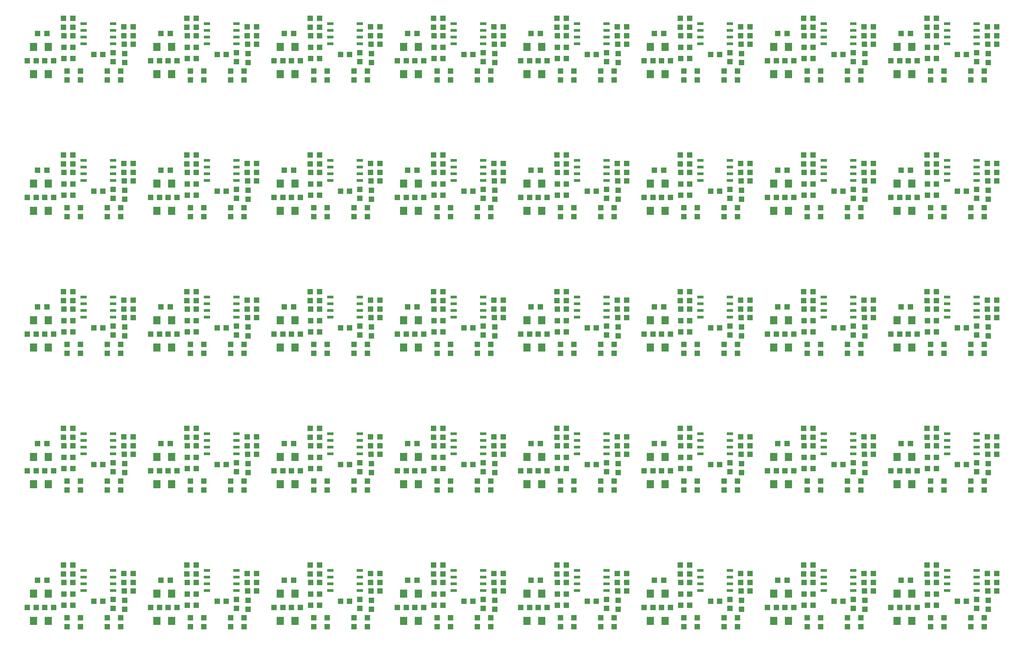
<source format=gtp>
G75*
%MOIN*%
%OFA0B0*%
%FSLAX25Y25*%
%IPPOS*%
%LPD*%
%AMOC8*
5,1,8,0,0,1.08239X$1,22.5*
%
%ADD10R,0.05512X0.06299*%
%ADD11R,0.04331X0.03937*%
%ADD12R,0.03937X0.04331*%
%ADD13R,0.04724X0.02362*%
D10*
X0038338Y0066250D03*
X0049362Y0066250D03*
X0049362Y0086750D03*
X0038338Y0086750D03*
X0130338Y0086750D03*
X0141362Y0086750D03*
X0141362Y0066250D03*
X0130338Y0066250D03*
X0222338Y0066250D03*
X0233362Y0066250D03*
X0233362Y0086750D03*
X0222338Y0086750D03*
X0314338Y0086750D03*
X0325362Y0086750D03*
X0325362Y0066250D03*
X0314338Y0066250D03*
X0406338Y0066250D03*
X0417362Y0066250D03*
X0417362Y0086750D03*
X0406338Y0086750D03*
X0498338Y0086750D03*
X0509362Y0086750D03*
X0509362Y0066250D03*
X0498338Y0066250D03*
X0590338Y0066250D03*
X0601362Y0066250D03*
X0601362Y0086750D03*
X0590338Y0086750D03*
X0682338Y0086750D03*
X0693362Y0086750D03*
X0693362Y0066250D03*
X0682338Y0066250D03*
X0682338Y0168250D03*
X0693362Y0168250D03*
X0693362Y0188750D03*
X0682338Y0188750D03*
X0601362Y0188750D03*
X0590338Y0188750D03*
X0590338Y0168250D03*
X0601362Y0168250D03*
X0509362Y0168250D03*
X0498338Y0168250D03*
X0498338Y0188750D03*
X0509362Y0188750D03*
X0417362Y0188750D03*
X0406338Y0188750D03*
X0406338Y0168250D03*
X0417362Y0168250D03*
X0325362Y0168250D03*
X0314338Y0168250D03*
X0314338Y0188750D03*
X0325362Y0188750D03*
X0233362Y0188750D03*
X0222338Y0188750D03*
X0222338Y0168250D03*
X0233362Y0168250D03*
X0141362Y0168250D03*
X0130338Y0168250D03*
X0130338Y0188750D03*
X0141362Y0188750D03*
X0049362Y0188750D03*
X0038338Y0188750D03*
X0038338Y0168250D03*
X0049362Y0168250D03*
X0049362Y0270250D03*
X0038338Y0270250D03*
X0038338Y0290750D03*
X0049362Y0290750D03*
X0130338Y0290750D03*
X0141362Y0290750D03*
X0141362Y0270250D03*
X0130338Y0270250D03*
X0222338Y0270250D03*
X0233362Y0270250D03*
X0233362Y0290750D03*
X0222338Y0290750D03*
X0314338Y0290750D03*
X0325362Y0290750D03*
X0325362Y0270250D03*
X0314338Y0270250D03*
X0406338Y0270250D03*
X0417362Y0270250D03*
X0417362Y0290750D03*
X0406338Y0290750D03*
X0498338Y0290750D03*
X0509362Y0290750D03*
X0509362Y0270250D03*
X0498338Y0270250D03*
X0590338Y0270250D03*
X0601362Y0270250D03*
X0601362Y0290750D03*
X0590338Y0290750D03*
X0682338Y0290750D03*
X0693362Y0290750D03*
X0693362Y0270250D03*
X0682338Y0270250D03*
X0682338Y0372250D03*
X0693362Y0372250D03*
X0693362Y0392750D03*
X0682338Y0392750D03*
X0601362Y0392750D03*
X0590338Y0392750D03*
X0590338Y0372250D03*
X0601362Y0372250D03*
X0509362Y0372250D03*
X0498338Y0372250D03*
X0498338Y0392750D03*
X0509362Y0392750D03*
X0417362Y0392750D03*
X0406338Y0392750D03*
X0406338Y0372250D03*
X0417362Y0372250D03*
X0325362Y0372250D03*
X0314338Y0372250D03*
X0314338Y0392750D03*
X0325362Y0392750D03*
X0233362Y0392750D03*
X0222338Y0392750D03*
X0222338Y0372250D03*
X0233362Y0372250D03*
X0141362Y0372250D03*
X0130338Y0372250D03*
X0130338Y0392750D03*
X0141362Y0392750D03*
X0049362Y0392750D03*
X0038338Y0392750D03*
X0038338Y0372250D03*
X0049362Y0372250D03*
X0049362Y0474250D03*
X0038338Y0474250D03*
X0038338Y0494750D03*
X0049362Y0494750D03*
X0130338Y0494750D03*
X0141362Y0494750D03*
X0141362Y0474250D03*
X0130338Y0474250D03*
X0222338Y0474250D03*
X0233362Y0474250D03*
X0233362Y0494750D03*
X0222338Y0494750D03*
X0314338Y0494750D03*
X0325362Y0494750D03*
X0325362Y0474250D03*
X0314338Y0474250D03*
X0406338Y0474250D03*
X0417362Y0474250D03*
X0417362Y0494750D03*
X0406338Y0494750D03*
X0498338Y0494750D03*
X0509362Y0494750D03*
X0509362Y0474250D03*
X0498338Y0474250D03*
X0590338Y0474250D03*
X0601362Y0474250D03*
X0601362Y0494750D03*
X0590338Y0494750D03*
X0682338Y0494750D03*
X0693362Y0494750D03*
X0693362Y0474250D03*
X0682338Y0474250D03*
D11*
X0684396Y0484250D03*
X0690804Y0484250D03*
X0697496Y0484250D03*
X0704904Y0485850D03*
X0711596Y0485850D03*
X0711596Y0494350D03*
X0704904Y0494350D03*
X0704904Y0502850D03*
X0711596Y0502850D03*
X0692196Y0504750D03*
X0685504Y0504750D03*
X0664596Y0496550D03*
X0657904Y0496550D03*
X0642096Y0488850D03*
X0635404Y0488850D03*
X0619596Y0485850D03*
X0612904Y0485850D03*
X0605496Y0484250D03*
X0598804Y0484250D03*
X0592396Y0484250D03*
X0585704Y0484250D03*
X0572596Y0496550D03*
X0565904Y0496550D03*
X0550096Y0488850D03*
X0543404Y0488850D03*
X0527596Y0485850D03*
X0520904Y0485850D03*
X0513496Y0484250D03*
X0506804Y0484250D03*
X0500396Y0484250D03*
X0493704Y0484250D03*
X0480596Y0496550D03*
X0473904Y0496550D03*
X0458096Y0488850D03*
X0451404Y0488850D03*
X0435596Y0485850D03*
X0428904Y0485850D03*
X0421496Y0484250D03*
X0414804Y0484250D03*
X0408396Y0484250D03*
X0401704Y0484250D03*
X0388596Y0496550D03*
X0381904Y0496550D03*
X0366096Y0488850D03*
X0359404Y0488850D03*
X0343596Y0485850D03*
X0336904Y0485850D03*
X0329496Y0484250D03*
X0322804Y0484250D03*
X0316396Y0484250D03*
X0309704Y0484250D03*
X0296596Y0496550D03*
X0289904Y0496550D03*
X0274096Y0488850D03*
X0267404Y0488850D03*
X0251596Y0485850D03*
X0244904Y0485850D03*
X0237496Y0484250D03*
X0230804Y0484250D03*
X0224396Y0484250D03*
X0217704Y0484250D03*
X0204596Y0496550D03*
X0197904Y0496550D03*
X0182096Y0488850D03*
X0175404Y0488850D03*
X0159596Y0485850D03*
X0152904Y0485850D03*
X0145496Y0484250D03*
X0138804Y0484250D03*
X0132396Y0484250D03*
X0125704Y0484250D03*
X0112596Y0496550D03*
X0105904Y0496550D03*
X0090096Y0488850D03*
X0083404Y0488850D03*
X0067596Y0485850D03*
X0060904Y0485850D03*
X0053496Y0484250D03*
X0046804Y0484250D03*
X0040396Y0484250D03*
X0033704Y0484250D03*
X0041504Y0504750D03*
X0048196Y0504750D03*
X0060904Y0502850D03*
X0067596Y0502850D03*
X0067596Y0494350D03*
X0060904Y0494350D03*
X0133504Y0504750D03*
X0140196Y0504750D03*
X0152904Y0502850D03*
X0159596Y0502850D03*
X0159596Y0494350D03*
X0152904Y0494350D03*
X0225504Y0504750D03*
X0232196Y0504750D03*
X0244904Y0502850D03*
X0251596Y0502850D03*
X0251596Y0494350D03*
X0244904Y0494350D03*
X0317504Y0504750D03*
X0324196Y0504750D03*
X0336904Y0502850D03*
X0343596Y0502850D03*
X0343596Y0494350D03*
X0336904Y0494350D03*
X0409504Y0504750D03*
X0416196Y0504750D03*
X0428904Y0502850D03*
X0435596Y0502850D03*
X0435596Y0494350D03*
X0428904Y0494350D03*
X0501504Y0504750D03*
X0508196Y0504750D03*
X0520904Y0502850D03*
X0527596Y0502850D03*
X0527596Y0494350D03*
X0520904Y0494350D03*
X0593504Y0504750D03*
X0600196Y0504750D03*
X0612904Y0502850D03*
X0619596Y0502850D03*
X0619596Y0494350D03*
X0612904Y0494350D03*
X0677704Y0484250D03*
X0727404Y0488850D03*
X0734096Y0488850D03*
X0749904Y0496550D03*
X0756596Y0496550D03*
X0711596Y0400850D03*
X0704904Y0400850D03*
X0704904Y0392350D03*
X0711596Y0392350D03*
X0711596Y0383850D03*
X0704904Y0383850D03*
X0697496Y0382250D03*
X0690804Y0382250D03*
X0684396Y0382250D03*
X0677704Y0382250D03*
X0664596Y0394550D03*
X0657904Y0394550D03*
X0642096Y0386850D03*
X0635404Y0386850D03*
X0619596Y0383850D03*
X0612904Y0383850D03*
X0605496Y0382250D03*
X0598804Y0382250D03*
X0592396Y0382250D03*
X0585704Y0382250D03*
X0572596Y0394550D03*
X0565904Y0394550D03*
X0550096Y0386850D03*
X0543404Y0386850D03*
X0527596Y0383850D03*
X0520904Y0383850D03*
X0513496Y0382250D03*
X0506804Y0382250D03*
X0500396Y0382250D03*
X0493704Y0382250D03*
X0480596Y0394550D03*
X0473904Y0394550D03*
X0458096Y0386850D03*
X0451404Y0386850D03*
X0435596Y0383850D03*
X0428904Y0383850D03*
X0421496Y0382250D03*
X0414804Y0382250D03*
X0408396Y0382250D03*
X0401704Y0382250D03*
X0388596Y0394550D03*
X0381904Y0394550D03*
X0366096Y0386850D03*
X0359404Y0386850D03*
X0343596Y0383850D03*
X0336904Y0383850D03*
X0329496Y0382250D03*
X0322804Y0382250D03*
X0316396Y0382250D03*
X0309704Y0382250D03*
X0296596Y0394550D03*
X0289904Y0394550D03*
X0274096Y0386850D03*
X0267404Y0386850D03*
X0251596Y0383850D03*
X0244904Y0383850D03*
X0237496Y0382250D03*
X0230804Y0382250D03*
X0224396Y0382250D03*
X0217704Y0382250D03*
X0204596Y0394550D03*
X0197904Y0394550D03*
X0182096Y0386850D03*
X0175404Y0386850D03*
X0159596Y0383850D03*
X0152904Y0383850D03*
X0145496Y0382250D03*
X0138804Y0382250D03*
X0132396Y0382250D03*
X0125704Y0382250D03*
X0112596Y0394550D03*
X0105904Y0394550D03*
X0090096Y0386850D03*
X0083404Y0386850D03*
X0067596Y0383850D03*
X0060904Y0383850D03*
X0053496Y0382250D03*
X0046804Y0382250D03*
X0040396Y0382250D03*
X0033704Y0382250D03*
X0041504Y0402750D03*
X0048196Y0402750D03*
X0060904Y0400850D03*
X0067596Y0400850D03*
X0067596Y0392350D03*
X0060904Y0392350D03*
X0133504Y0402750D03*
X0140196Y0402750D03*
X0152904Y0400850D03*
X0159596Y0400850D03*
X0159596Y0392350D03*
X0152904Y0392350D03*
X0225504Y0402750D03*
X0232196Y0402750D03*
X0244904Y0400850D03*
X0251596Y0400850D03*
X0251596Y0392350D03*
X0244904Y0392350D03*
X0317504Y0402750D03*
X0324196Y0402750D03*
X0336904Y0400850D03*
X0343596Y0400850D03*
X0343596Y0392350D03*
X0336904Y0392350D03*
X0409504Y0402750D03*
X0416196Y0402750D03*
X0428904Y0400850D03*
X0435596Y0400850D03*
X0435596Y0392350D03*
X0428904Y0392350D03*
X0501504Y0402750D03*
X0508196Y0402750D03*
X0520904Y0400850D03*
X0527596Y0400850D03*
X0527596Y0392350D03*
X0520904Y0392350D03*
X0593504Y0402750D03*
X0600196Y0402750D03*
X0612904Y0400850D03*
X0619596Y0400850D03*
X0619596Y0392350D03*
X0612904Y0392350D03*
X0685504Y0402750D03*
X0692196Y0402750D03*
X0727404Y0386850D03*
X0734096Y0386850D03*
X0749904Y0394550D03*
X0756596Y0394550D03*
X0711596Y0298850D03*
X0704904Y0298850D03*
X0704904Y0290350D03*
X0711596Y0290350D03*
X0711596Y0281850D03*
X0704904Y0281850D03*
X0697496Y0280250D03*
X0690804Y0280250D03*
X0684396Y0280250D03*
X0677704Y0280250D03*
X0664596Y0292550D03*
X0657904Y0292550D03*
X0642096Y0284850D03*
X0635404Y0284850D03*
X0619596Y0281850D03*
X0612904Y0281850D03*
X0605496Y0280250D03*
X0598804Y0280250D03*
X0592396Y0280250D03*
X0585704Y0280250D03*
X0572596Y0292550D03*
X0565904Y0292550D03*
X0550096Y0284850D03*
X0543404Y0284850D03*
X0527596Y0281850D03*
X0520904Y0281850D03*
X0513496Y0280250D03*
X0506804Y0280250D03*
X0500396Y0280250D03*
X0493704Y0280250D03*
X0480596Y0292550D03*
X0473904Y0292550D03*
X0458096Y0284850D03*
X0451404Y0284850D03*
X0435596Y0281850D03*
X0428904Y0281850D03*
X0421496Y0280250D03*
X0414804Y0280250D03*
X0408396Y0280250D03*
X0401704Y0280250D03*
X0388596Y0292550D03*
X0381904Y0292550D03*
X0366096Y0284850D03*
X0359404Y0284850D03*
X0343596Y0281850D03*
X0336904Y0281850D03*
X0329496Y0280250D03*
X0322804Y0280250D03*
X0316396Y0280250D03*
X0309704Y0280250D03*
X0296596Y0292550D03*
X0289904Y0292550D03*
X0274096Y0284850D03*
X0267404Y0284850D03*
X0251596Y0281850D03*
X0244904Y0281850D03*
X0237496Y0280250D03*
X0230804Y0280250D03*
X0224396Y0280250D03*
X0217704Y0280250D03*
X0204596Y0292550D03*
X0197904Y0292550D03*
X0182096Y0284850D03*
X0175404Y0284850D03*
X0159596Y0281850D03*
X0152904Y0281850D03*
X0145496Y0280250D03*
X0138804Y0280250D03*
X0132396Y0280250D03*
X0125704Y0280250D03*
X0112596Y0292550D03*
X0105904Y0292550D03*
X0090096Y0284850D03*
X0083404Y0284850D03*
X0067596Y0281850D03*
X0060904Y0281850D03*
X0053496Y0280250D03*
X0046804Y0280250D03*
X0040396Y0280250D03*
X0033704Y0280250D03*
X0041504Y0300750D03*
X0048196Y0300750D03*
X0060904Y0298850D03*
X0067596Y0298850D03*
X0067596Y0290350D03*
X0060904Y0290350D03*
X0133504Y0300750D03*
X0140196Y0300750D03*
X0152904Y0298850D03*
X0159596Y0298850D03*
X0159596Y0290350D03*
X0152904Y0290350D03*
X0225504Y0300750D03*
X0232196Y0300750D03*
X0244904Y0298850D03*
X0251596Y0298850D03*
X0251596Y0290350D03*
X0244904Y0290350D03*
X0317504Y0300750D03*
X0324196Y0300750D03*
X0336904Y0298850D03*
X0343596Y0298850D03*
X0343596Y0290350D03*
X0336904Y0290350D03*
X0409504Y0300750D03*
X0416196Y0300750D03*
X0428904Y0298850D03*
X0435596Y0298850D03*
X0435596Y0290350D03*
X0428904Y0290350D03*
X0501504Y0300750D03*
X0508196Y0300750D03*
X0520904Y0298850D03*
X0527596Y0298850D03*
X0527596Y0290350D03*
X0520904Y0290350D03*
X0593504Y0300750D03*
X0600196Y0300750D03*
X0612904Y0298850D03*
X0619596Y0298850D03*
X0619596Y0290350D03*
X0612904Y0290350D03*
X0685504Y0300750D03*
X0692196Y0300750D03*
X0727404Y0284850D03*
X0734096Y0284850D03*
X0749904Y0292550D03*
X0756596Y0292550D03*
X0711596Y0196850D03*
X0704904Y0196850D03*
X0704904Y0188350D03*
X0711596Y0188350D03*
X0711596Y0179850D03*
X0704904Y0179850D03*
X0697496Y0178250D03*
X0690804Y0178250D03*
X0684396Y0178250D03*
X0677704Y0178250D03*
X0664596Y0190550D03*
X0657904Y0190550D03*
X0642096Y0182850D03*
X0635404Y0182850D03*
X0619596Y0179850D03*
X0612904Y0179850D03*
X0605496Y0178250D03*
X0598804Y0178250D03*
X0592396Y0178250D03*
X0585704Y0178250D03*
X0572596Y0190550D03*
X0565904Y0190550D03*
X0550096Y0182850D03*
X0543404Y0182850D03*
X0527596Y0179850D03*
X0520904Y0179850D03*
X0513496Y0178250D03*
X0506804Y0178250D03*
X0500396Y0178250D03*
X0493704Y0178250D03*
X0480596Y0190550D03*
X0473904Y0190550D03*
X0458096Y0182850D03*
X0451404Y0182850D03*
X0435596Y0179850D03*
X0428904Y0179850D03*
X0421496Y0178250D03*
X0414804Y0178250D03*
X0408396Y0178250D03*
X0401704Y0178250D03*
X0388596Y0190550D03*
X0381904Y0190550D03*
X0366096Y0182850D03*
X0359404Y0182850D03*
X0343596Y0179850D03*
X0336904Y0179850D03*
X0329496Y0178250D03*
X0322804Y0178250D03*
X0316396Y0178250D03*
X0309704Y0178250D03*
X0296596Y0190550D03*
X0289904Y0190550D03*
X0274096Y0182850D03*
X0267404Y0182850D03*
X0251596Y0179850D03*
X0244904Y0179850D03*
X0237496Y0178250D03*
X0230804Y0178250D03*
X0224396Y0178250D03*
X0217704Y0178250D03*
X0204596Y0190550D03*
X0197904Y0190550D03*
X0182096Y0182850D03*
X0175404Y0182850D03*
X0159596Y0179850D03*
X0152904Y0179850D03*
X0145496Y0178250D03*
X0138804Y0178250D03*
X0132396Y0178250D03*
X0125704Y0178250D03*
X0112596Y0190550D03*
X0105904Y0190550D03*
X0090096Y0182850D03*
X0083404Y0182850D03*
X0067596Y0179850D03*
X0060904Y0179850D03*
X0053496Y0178250D03*
X0046804Y0178250D03*
X0040396Y0178250D03*
X0033704Y0178250D03*
X0041504Y0198750D03*
X0048196Y0198750D03*
X0060904Y0196850D03*
X0067596Y0196850D03*
X0067596Y0188350D03*
X0060904Y0188350D03*
X0133504Y0198750D03*
X0140196Y0198750D03*
X0152904Y0196850D03*
X0159596Y0196850D03*
X0159596Y0188350D03*
X0152904Y0188350D03*
X0225504Y0198750D03*
X0232196Y0198750D03*
X0244904Y0196850D03*
X0251596Y0196850D03*
X0251596Y0188350D03*
X0244904Y0188350D03*
X0317504Y0198750D03*
X0324196Y0198750D03*
X0336904Y0196850D03*
X0343596Y0196850D03*
X0343596Y0188350D03*
X0336904Y0188350D03*
X0409504Y0198750D03*
X0416196Y0198750D03*
X0428904Y0196850D03*
X0435596Y0196850D03*
X0435596Y0188350D03*
X0428904Y0188350D03*
X0501504Y0198750D03*
X0508196Y0198750D03*
X0520904Y0196850D03*
X0527596Y0196850D03*
X0527596Y0188350D03*
X0520904Y0188350D03*
X0593504Y0198750D03*
X0600196Y0198750D03*
X0612904Y0196850D03*
X0619596Y0196850D03*
X0619596Y0188350D03*
X0612904Y0188350D03*
X0685504Y0198750D03*
X0692196Y0198750D03*
X0727404Y0182850D03*
X0734096Y0182850D03*
X0749904Y0190550D03*
X0756596Y0190550D03*
X0711596Y0094850D03*
X0704904Y0094850D03*
X0704904Y0086350D03*
X0711596Y0086350D03*
X0711596Y0077850D03*
X0704904Y0077850D03*
X0697496Y0076250D03*
X0690804Y0076250D03*
X0684396Y0076250D03*
X0677704Y0076250D03*
X0664596Y0088550D03*
X0657904Y0088550D03*
X0642096Y0080850D03*
X0635404Y0080850D03*
X0619596Y0077850D03*
X0612904Y0077850D03*
X0605496Y0076250D03*
X0598804Y0076250D03*
X0592396Y0076250D03*
X0585704Y0076250D03*
X0572596Y0088550D03*
X0565904Y0088550D03*
X0550096Y0080850D03*
X0543404Y0080850D03*
X0527596Y0077850D03*
X0520904Y0077850D03*
X0513496Y0076250D03*
X0506804Y0076250D03*
X0500396Y0076250D03*
X0493704Y0076250D03*
X0480596Y0088550D03*
X0473904Y0088550D03*
X0458096Y0080850D03*
X0451404Y0080850D03*
X0435596Y0077850D03*
X0428904Y0077850D03*
X0421496Y0076250D03*
X0414804Y0076250D03*
X0408396Y0076250D03*
X0401704Y0076250D03*
X0388596Y0088550D03*
X0381904Y0088550D03*
X0366096Y0080850D03*
X0359404Y0080850D03*
X0343596Y0077850D03*
X0336904Y0077850D03*
X0329496Y0076250D03*
X0322804Y0076250D03*
X0316396Y0076250D03*
X0309704Y0076250D03*
X0296596Y0088550D03*
X0289904Y0088550D03*
X0274096Y0080850D03*
X0267404Y0080850D03*
X0251596Y0077850D03*
X0244904Y0077850D03*
X0237496Y0076250D03*
X0230804Y0076250D03*
X0224396Y0076250D03*
X0217704Y0076250D03*
X0204596Y0088550D03*
X0197904Y0088550D03*
X0182096Y0080850D03*
X0175404Y0080850D03*
X0159596Y0077850D03*
X0152904Y0077850D03*
X0145496Y0076250D03*
X0138804Y0076250D03*
X0132396Y0076250D03*
X0125704Y0076250D03*
X0112596Y0088550D03*
X0105904Y0088550D03*
X0090096Y0080850D03*
X0083404Y0080850D03*
X0067596Y0077850D03*
X0060904Y0077850D03*
X0053496Y0076250D03*
X0046804Y0076250D03*
X0040396Y0076250D03*
X0033704Y0076250D03*
X0041504Y0096750D03*
X0048196Y0096750D03*
X0060904Y0094850D03*
X0067596Y0094850D03*
X0067596Y0086350D03*
X0060904Y0086350D03*
X0133504Y0096750D03*
X0140196Y0096750D03*
X0152904Y0094850D03*
X0159596Y0094850D03*
X0159596Y0086350D03*
X0152904Y0086350D03*
X0225504Y0096750D03*
X0232196Y0096750D03*
X0244904Y0094850D03*
X0251596Y0094850D03*
X0251596Y0086350D03*
X0244904Y0086350D03*
X0317504Y0096750D03*
X0324196Y0096750D03*
X0336904Y0094850D03*
X0343596Y0094850D03*
X0343596Y0086350D03*
X0336904Y0086350D03*
X0409504Y0096750D03*
X0416196Y0096750D03*
X0428904Y0094850D03*
X0435596Y0094850D03*
X0435596Y0086350D03*
X0428904Y0086350D03*
X0501504Y0096750D03*
X0508196Y0096750D03*
X0520904Y0094850D03*
X0527596Y0094850D03*
X0527596Y0086350D03*
X0520904Y0086350D03*
X0593504Y0096750D03*
X0600196Y0096750D03*
X0612904Y0094850D03*
X0619596Y0094850D03*
X0619596Y0086350D03*
X0612904Y0086350D03*
X0685504Y0096750D03*
X0692196Y0096750D03*
X0727404Y0080850D03*
X0734096Y0080850D03*
X0749904Y0088550D03*
X0756596Y0088550D03*
D12*
X0756850Y0095004D03*
X0756850Y0101696D03*
X0749650Y0101696D03*
X0749650Y0095004D03*
X0750250Y0081696D03*
X0750250Y0075004D03*
X0747350Y0068596D03*
X0747350Y0061904D03*
X0737350Y0061904D03*
X0737350Y0068596D03*
X0741750Y0075504D03*
X0741750Y0082196D03*
X0717350Y0068596D03*
X0717350Y0061904D03*
X0707350Y0061904D03*
X0707350Y0068596D03*
X0704650Y0101304D03*
X0704650Y0107996D03*
X0711850Y0107996D03*
X0711850Y0101304D03*
X0664850Y0101696D03*
X0664850Y0095004D03*
X0657650Y0095004D03*
X0657650Y0101696D03*
X0658250Y0081696D03*
X0658250Y0075004D03*
X0655350Y0068596D03*
X0655350Y0061904D03*
X0645350Y0061904D03*
X0645350Y0068596D03*
X0649750Y0075504D03*
X0649750Y0082196D03*
X0625350Y0068596D03*
X0625350Y0061904D03*
X0615350Y0061904D03*
X0615350Y0068596D03*
X0612650Y0101304D03*
X0612650Y0107996D03*
X0619850Y0107996D03*
X0619850Y0101304D03*
X0572850Y0101696D03*
X0572850Y0095004D03*
X0565650Y0095004D03*
X0565650Y0101696D03*
X0566250Y0081696D03*
X0566250Y0075004D03*
X0563350Y0068596D03*
X0563350Y0061904D03*
X0553350Y0061904D03*
X0553350Y0068596D03*
X0557750Y0075504D03*
X0557750Y0082196D03*
X0533350Y0068596D03*
X0533350Y0061904D03*
X0523350Y0061904D03*
X0523350Y0068596D03*
X0520650Y0101304D03*
X0520650Y0107996D03*
X0527850Y0107996D03*
X0527850Y0101304D03*
X0480850Y0101696D03*
X0480850Y0095004D03*
X0473650Y0095004D03*
X0473650Y0101696D03*
X0474250Y0081696D03*
X0474250Y0075004D03*
X0471350Y0068596D03*
X0471350Y0061904D03*
X0461350Y0061904D03*
X0461350Y0068596D03*
X0465750Y0075504D03*
X0465750Y0082196D03*
X0441350Y0068596D03*
X0441350Y0061904D03*
X0431350Y0061904D03*
X0431350Y0068596D03*
X0428650Y0101304D03*
X0428650Y0107996D03*
X0435850Y0107996D03*
X0435850Y0101304D03*
X0388850Y0101696D03*
X0388850Y0095004D03*
X0381650Y0095004D03*
X0381650Y0101696D03*
X0382250Y0081696D03*
X0382250Y0075004D03*
X0379350Y0068596D03*
X0379350Y0061904D03*
X0369350Y0061904D03*
X0369350Y0068596D03*
X0373750Y0075504D03*
X0373750Y0082196D03*
X0349350Y0068596D03*
X0349350Y0061904D03*
X0339350Y0061904D03*
X0339350Y0068596D03*
X0336650Y0101304D03*
X0336650Y0107996D03*
X0343850Y0107996D03*
X0343850Y0101304D03*
X0296850Y0101696D03*
X0296850Y0095004D03*
X0289650Y0095004D03*
X0289650Y0101696D03*
X0290250Y0081696D03*
X0290250Y0075004D03*
X0287350Y0068596D03*
X0287350Y0061904D03*
X0277350Y0061904D03*
X0277350Y0068596D03*
X0281750Y0075504D03*
X0281750Y0082196D03*
X0257350Y0068596D03*
X0257350Y0061904D03*
X0247350Y0061904D03*
X0247350Y0068596D03*
X0244650Y0101304D03*
X0244650Y0107996D03*
X0251850Y0107996D03*
X0251850Y0101304D03*
X0204850Y0101696D03*
X0204850Y0095004D03*
X0197650Y0095004D03*
X0197650Y0101696D03*
X0198250Y0081696D03*
X0198250Y0075004D03*
X0195350Y0068596D03*
X0195350Y0061904D03*
X0185350Y0061904D03*
X0185350Y0068596D03*
X0189750Y0075504D03*
X0189750Y0082196D03*
X0165350Y0068596D03*
X0165350Y0061904D03*
X0155350Y0061904D03*
X0155350Y0068596D03*
X0112850Y0095004D03*
X0112850Y0101696D03*
X0105650Y0101696D03*
X0105650Y0095004D03*
X0106250Y0081696D03*
X0106250Y0075004D03*
X0103350Y0068596D03*
X0103350Y0061904D03*
X0093350Y0061904D03*
X0093350Y0068596D03*
X0097750Y0075504D03*
X0097750Y0082196D03*
X0073350Y0068596D03*
X0073350Y0061904D03*
X0063350Y0061904D03*
X0063350Y0068596D03*
X0060650Y0101304D03*
X0060650Y0107996D03*
X0067850Y0107996D03*
X0067850Y0101304D03*
X0152650Y0101304D03*
X0152650Y0107996D03*
X0159850Y0107996D03*
X0159850Y0101304D03*
X0155350Y0163904D03*
X0155350Y0170596D03*
X0165350Y0170596D03*
X0165350Y0163904D03*
X0185350Y0163904D03*
X0185350Y0170596D03*
X0189750Y0177504D03*
X0189750Y0184196D03*
X0198250Y0183696D03*
X0198250Y0177004D03*
X0195350Y0170596D03*
X0195350Y0163904D03*
X0197650Y0197004D03*
X0197650Y0203696D03*
X0204850Y0203696D03*
X0204850Y0197004D03*
X0244650Y0203304D03*
X0244650Y0209996D03*
X0251850Y0209996D03*
X0251850Y0203304D03*
X0281750Y0184196D03*
X0281750Y0177504D03*
X0277350Y0170596D03*
X0277350Y0163904D03*
X0287350Y0163904D03*
X0287350Y0170596D03*
X0290250Y0177004D03*
X0290250Y0183696D03*
X0289650Y0197004D03*
X0289650Y0203696D03*
X0296850Y0203696D03*
X0296850Y0197004D03*
X0336650Y0203304D03*
X0336650Y0209996D03*
X0343850Y0209996D03*
X0343850Y0203304D03*
X0373750Y0184196D03*
X0373750Y0177504D03*
X0369350Y0170596D03*
X0369350Y0163904D03*
X0379350Y0163904D03*
X0379350Y0170596D03*
X0382250Y0177004D03*
X0382250Y0183696D03*
X0381650Y0197004D03*
X0381650Y0203696D03*
X0388850Y0203696D03*
X0388850Y0197004D03*
X0349350Y0170596D03*
X0349350Y0163904D03*
X0339350Y0163904D03*
X0339350Y0170596D03*
X0257350Y0170596D03*
X0257350Y0163904D03*
X0247350Y0163904D03*
X0247350Y0170596D03*
X0159850Y0203304D03*
X0159850Y0209996D03*
X0152650Y0209996D03*
X0152650Y0203304D03*
X0112850Y0203696D03*
X0112850Y0197004D03*
X0105650Y0197004D03*
X0105650Y0203696D03*
X0106250Y0183696D03*
X0106250Y0177004D03*
X0103350Y0170596D03*
X0103350Y0163904D03*
X0093350Y0163904D03*
X0093350Y0170596D03*
X0097750Y0177504D03*
X0097750Y0184196D03*
X0073350Y0170596D03*
X0073350Y0163904D03*
X0063350Y0163904D03*
X0063350Y0170596D03*
X0060650Y0203304D03*
X0060650Y0209996D03*
X0067850Y0209996D03*
X0067850Y0203304D03*
X0063350Y0265904D03*
X0073350Y0265904D03*
X0073350Y0272596D03*
X0063350Y0272596D03*
X0093350Y0272596D03*
X0097750Y0279504D03*
X0097750Y0286196D03*
X0106250Y0285696D03*
X0106250Y0279004D03*
X0103350Y0272596D03*
X0103350Y0265904D03*
X0093350Y0265904D03*
X0105650Y0299004D03*
X0105650Y0305696D03*
X0112850Y0305696D03*
X0112850Y0299004D03*
X0152650Y0305304D03*
X0152650Y0311996D03*
X0159850Y0311996D03*
X0159850Y0305304D03*
X0189750Y0286196D03*
X0189750Y0279504D03*
X0185350Y0272596D03*
X0195350Y0272596D03*
X0198250Y0279004D03*
X0198250Y0285696D03*
X0197650Y0299004D03*
X0197650Y0305696D03*
X0204850Y0305696D03*
X0204850Y0299004D03*
X0165350Y0272596D03*
X0165350Y0265904D03*
X0155350Y0265904D03*
X0155350Y0272596D03*
X0185350Y0265904D03*
X0195350Y0265904D03*
X0247350Y0265904D03*
X0257350Y0265904D03*
X0257350Y0272596D03*
X0247350Y0272596D03*
X0277350Y0272596D03*
X0281750Y0279504D03*
X0281750Y0286196D03*
X0290250Y0285696D03*
X0290250Y0279004D03*
X0287350Y0272596D03*
X0287350Y0265904D03*
X0277350Y0265904D03*
X0289650Y0299004D03*
X0289650Y0305696D03*
X0296850Y0305696D03*
X0296850Y0299004D03*
X0336650Y0305304D03*
X0336650Y0311996D03*
X0343850Y0311996D03*
X0343850Y0305304D03*
X0373750Y0286196D03*
X0373750Y0279504D03*
X0369350Y0272596D03*
X0379350Y0272596D03*
X0382250Y0279004D03*
X0382250Y0285696D03*
X0381650Y0299004D03*
X0381650Y0305696D03*
X0388850Y0305696D03*
X0388850Y0299004D03*
X0349350Y0272596D03*
X0339350Y0272596D03*
X0339350Y0265904D03*
X0349350Y0265904D03*
X0369350Y0265904D03*
X0379350Y0265904D03*
X0431350Y0265904D03*
X0441350Y0265904D03*
X0441350Y0272596D03*
X0431350Y0272596D03*
X0461350Y0272596D03*
X0465750Y0279504D03*
X0465750Y0286196D03*
X0474250Y0285696D03*
X0474250Y0279004D03*
X0471350Y0272596D03*
X0471350Y0265904D03*
X0461350Y0265904D03*
X0473650Y0299004D03*
X0473650Y0305696D03*
X0480850Y0305696D03*
X0480850Y0299004D03*
X0520650Y0305304D03*
X0520650Y0311996D03*
X0527850Y0311996D03*
X0527850Y0305304D03*
X0557750Y0286196D03*
X0557750Y0279504D03*
X0553350Y0272596D03*
X0553350Y0265904D03*
X0563350Y0265904D03*
X0563350Y0272596D03*
X0566250Y0279004D03*
X0566250Y0285696D03*
X0565650Y0299004D03*
X0565650Y0305696D03*
X0572850Y0305696D03*
X0572850Y0299004D03*
X0612650Y0305304D03*
X0612650Y0311996D03*
X0619850Y0311996D03*
X0619850Y0305304D03*
X0649750Y0286196D03*
X0649750Y0279504D03*
X0645350Y0272596D03*
X0655350Y0272596D03*
X0658250Y0279004D03*
X0658250Y0285696D03*
X0657650Y0299004D03*
X0657650Y0305696D03*
X0664850Y0305696D03*
X0664850Y0299004D03*
X0625350Y0272596D03*
X0615350Y0272596D03*
X0615350Y0265904D03*
X0625350Y0265904D03*
X0645350Y0265904D03*
X0655350Y0265904D03*
X0707350Y0265904D03*
X0717350Y0265904D03*
X0717350Y0272596D03*
X0707350Y0272596D03*
X0737350Y0272596D03*
X0741750Y0279504D03*
X0741750Y0286196D03*
X0750250Y0285696D03*
X0750250Y0279004D03*
X0747350Y0272596D03*
X0747350Y0265904D03*
X0737350Y0265904D03*
X0749650Y0299004D03*
X0749650Y0305696D03*
X0756850Y0305696D03*
X0756850Y0299004D03*
X0711850Y0305304D03*
X0711850Y0311996D03*
X0704650Y0311996D03*
X0704650Y0305304D03*
X0707350Y0367904D03*
X0707350Y0374596D03*
X0717350Y0374596D03*
X0717350Y0367904D03*
X0737350Y0367904D03*
X0737350Y0374596D03*
X0747350Y0374596D03*
X0747350Y0367904D03*
X0750250Y0381004D03*
X0741750Y0381504D03*
X0741750Y0388196D03*
X0750250Y0387696D03*
X0749650Y0401004D03*
X0749650Y0407696D03*
X0756850Y0407696D03*
X0756850Y0401004D03*
X0711850Y0407304D03*
X0711850Y0413996D03*
X0704650Y0413996D03*
X0704650Y0407304D03*
X0664850Y0407696D03*
X0664850Y0401004D03*
X0657650Y0401004D03*
X0657650Y0407696D03*
X0658250Y0387696D03*
X0649750Y0388196D03*
X0649750Y0381504D03*
X0658250Y0381004D03*
X0655350Y0374596D03*
X0655350Y0367904D03*
X0645350Y0367904D03*
X0645350Y0374596D03*
X0625350Y0374596D03*
X0625350Y0367904D03*
X0615350Y0367904D03*
X0615350Y0374596D03*
X0572850Y0401004D03*
X0572850Y0407696D03*
X0565650Y0407696D03*
X0565650Y0401004D03*
X0566250Y0387696D03*
X0557750Y0388196D03*
X0557750Y0381504D03*
X0566250Y0381004D03*
X0563350Y0374596D03*
X0563350Y0367904D03*
X0553350Y0367904D03*
X0553350Y0374596D03*
X0533350Y0374596D03*
X0533350Y0367904D03*
X0523350Y0367904D03*
X0523350Y0374596D03*
X0480850Y0401004D03*
X0480850Y0407696D03*
X0473650Y0407696D03*
X0473650Y0401004D03*
X0474250Y0387696D03*
X0465750Y0388196D03*
X0465750Y0381504D03*
X0474250Y0381004D03*
X0471350Y0374596D03*
X0471350Y0367904D03*
X0461350Y0367904D03*
X0461350Y0374596D03*
X0441350Y0374596D03*
X0441350Y0367904D03*
X0431350Y0367904D03*
X0431350Y0374596D03*
X0382250Y0381004D03*
X0379350Y0374596D03*
X0379350Y0367904D03*
X0369350Y0367904D03*
X0369350Y0374596D03*
X0373750Y0381504D03*
X0373750Y0388196D03*
X0382250Y0387696D03*
X0381650Y0401004D03*
X0381650Y0407696D03*
X0388850Y0407696D03*
X0388850Y0401004D03*
X0428650Y0407304D03*
X0428650Y0413996D03*
X0435850Y0413996D03*
X0435850Y0407304D03*
X0431350Y0469904D03*
X0431350Y0476596D03*
X0441350Y0476596D03*
X0441350Y0469904D03*
X0461350Y0469904D03*
X0461350Y0476596D03*
X0465750Y0483504D03*
X0465750Y0490196D03*
X0474250Y0489696D03*
X0474250Y0483004D03*
X0471350Y0476596D03*
X0471350Y0469904D03*
X0473650Y0503004D03*
X0473650Y0509696D03*
X0480850Y0509696D03*
X0480850Y0503004D03*
X0520650Y0509304D03*
X0520650Y0515996D03*
X0527850Y0515996D03*
X0527850Y0509304D03*
X0557750Y0490196D03*
X0557750Y0483504D03*
X0553350Y0476596D03*
X0553350Y0469904D03*
X0563350Y0469904D03*
X0563350Y0476596D03*
X0566250Y0483004D03*
X0566250Y0489696D03*
X0565650Y0503004D03*
X0565650Y0509696D03*
X0572850Y0509696D03*
X0572850Y0503004D03*
X0612650Y0509304D03*
X0612650Y0515996D03*
X0619850Y0515996D03*
X0619850Y0509304D03*
X0649750Y0490196D03*
X0649750Y0483504D03*
X0645350Y0476596D03*
X0645350Y0469904D03*
X0655350Y0469904D03*
X0655350Y0476596D03*
X0658250Y0483004D03*
X0658250Y0489696D03*
X0657650Y0503004D03*
X0657650Y0509696D03*
X0664850Y0509696D03*
X0664850Y0503004D03*
X0704650Y0509304D03*
X0704650Y0515996D03*
X0711850Y0515996D03*
X0711850Y0509304D03*
X0741750Y0490196D03*
X0741750Y0483504D03*
X0737350Y0476596D03*
X0737350Y0469904D03*
X0747350Y0469904D03*
X0747350Y0476596D03*
X0750250Y0483004D03*
X0750250Y0489696D03*
X0749650Y0503004D03*
X0749650Y0509696D03*
X0756850Y0509696D03*
X0756850Y0503004D03*
X0717350Y0476596D03*
X0717350Y0469904D03*
X0707350Y0469904D03*
X0707350Y0476596D03*
X0625350Y0476596D03*
X0625350Y0469904D03*
X0615350Y0469904D03*
X0615350Y0476596D03*
X0612650Y0413996D03*
X0612650Y0407304D03*
X0619850Y0407304D03*
X0619850Y0413996D03*
X0533350Y0469904D03*
X0533350Y0476596D03*
X0523350Y0476596D03*
X0523350Y0469904D03*
X0520650Y0413996D03*
X0520650Y0407304D03*
X0527850Y0407304D03*
X0527850Y0413996D03*
X0435850Y0509304D03*
X0435850Y0515996D03*
X0428650Y0515996D03*
X0428650Y0509304D03*
X0388850Y0509696D03*
X0388850Y0503004D03*
X0381650Y0503004D03*
X0381650Y0509696D03*
X0382250Y0489696D03*
X0382250Y0483004D03*
X0379350Y0476596D03*
X0379350Y0469904D03*
X0369350Y0469904D03*
X0369350Y0476596D03*
X0373750Y0483504D03*
X0373750Y0490196D03*
X0349350Y0476596D03*
X0349350Y0469904D03*
X0339350Y0469904D03*
X0339350Y0476596D03*
X0296850Y0503004D03*
X0296850Y0509696D03*
X0289650Y0509696D03*
X0289650Y0503004D03*
X0290250Y0489696D03*
X0290250Y0483004D03*
X0287350Y0476596D03*
X0287350Y0469904D03*
X0277350Y0469904D03*
X0277350Y0476596D03*
X0281750Y0483504D03*
X0281750Y0490196D03*
X0257350Y0476596D03*
X0257350Y0469904D03*
X0247350Y0469904D03*
X0247350Y0476596D03*
X0204850Y0503004D03*
X0204850Y0509696D03*
X0197650Y0509696D03*
X0197650Y0503004D03*
X0198250Y0489696D03*
X0198250Y0483004D03*
X0195350Y0476596D03*
X0195350Y0469904D03*
X0185350Y0469904D03*
X0185350Y0476596D03*
X0189750Y0483504D03*
X0189750Y0490196D03*
X0165350Y0476596D03*
X0165350Y0469904D03*
X0155350Y0469904D03*
X0155350Y0476596D03*
X0106250Y0483004D03*
X0106250Y0489696D03*
X0097750Y0490196D03*
X0097750Y0483504D03*
X0093350Y0476596D03*
X0093350Y0469904D03*
X0103350Y0469904D03*
X0103350Y0476596D03*
X0073350Y0476596D03*
X0073350Y0469904D03*
X0063350Y0469904D03*
X0063350Y0476596D03*
X0105650Y0503004D03*
X0105650Y0509696D03*
X0112850Y0509696D03*
X0112850Y0503004D03*
X0152650Y0509304D03*
X0152650Y0515996D03*
X0159850Y0515996D03*
X0159850Y0509304D03*
X0244650Y0509304D03*
X0244650Y0515996D03*
X0251850Y0515996D03*
X0251850Y0509304D03*
X0336650Y0509304D03*
X0336650Y0515996D03*
X0343850Y0515996D03*
X0343850Y0509304D03*
X0343850Y0413996D03*
X0343850Y0407304D03*
X0336650Y0407304D03*
X0336650Y0413996D03*
X0296850Y0407696D03*
X0296850Y0401004D03*
X0289650Y0401004D03*
X0289650Y0407696D03*
X0290250Y0387696D03*
X0281750Y0388196D03*
X0281750Y0381504D03*
X0290250Y0381004D03*
X0287350Y0374596D03*
X0287350Y0367904D03*
X0277350Y0367904D03*
X0277350Y0374596D03*
X0257350Y0374596D03*
X0257350Y0367904D03*
X0247350Y0367904D03*
X0247350Y0374596D03*
X0204850Y0401004D03*
X0204850Y0407696D03*
X0197650Y0407696D03*
X0197650Y0401004D03*
X0198250Y0387696D03*
X0189750Y0388196D03*
X0189750Y0381504D03*
X0198250Y0381004D03*
X0195350Y0374596D03*
X0195350Y0367904D03*
X0185350Y0367904D03*
X0185350Y0374596D03*
X0165350Y0374596D03*
X0165350Y0367904D03*
X0155350Y0367904D03*
X0155350Y0374596D03*
X0106250Y0381004D03*
X0103350Y0374596D03*
X0103350Y0367904D03*
X0093350Y0367904D03*
X0093350Y0374596D03*
X0097750Y0381504D03*
X0097750Y0388196D03*
X0106250Y0387696D03*
X0105650Y0401004D03*
X0105650Y0407696D03*
X0112850Y0407696D03*
X0112850Y0401004D03*
X0152650Y0407304D03*
X0152650Y0413996D03*
X0159850Y0413996D03*
X0159850Y0407304D03*
X0244650Y0407304D03*
X0244650Y0413996D03*
X0251850Y0413996D03*
X0251850Y0407304D03*
X0339350Y0374596D03*
X0339350Y0367904D03*
X0349350Y0367904D03*
X0349350Y0374596D03*
X0428650Y0311996D03*
X0428650Y0305304D03*
X0435850Y0305304D03*
X0435850Y0311996D03*
X0523350Y0272596D03*
X0533350Y0272596D03*
X0533350Y0265904D03*
X0523350Y0265904D03*
X0520650Y0209996D03*
X0520650Y0203304D03*
X0527850Y0203304D03*
X0527850Y0209996D03*
X0557750Y0184196D03*
X0557750Y0177504D03*
X0553350Y0170596D03*
X0553350Y0163904D03*
X0563350Y0163904D03*
X0563350Y0170596D03*
X0566250Y0177004D03*
X0566250Y0183696D03*
X0565650Y0197004D03*
X0565650Y0203696D03*
X0572850Y0203696D03*
X0572850Y0197004D03*
X0612650Y0203304D03*
X0612650Y0209996D03*
X0619850Y0209996D03*
X0619850Y0203304D03*
X0649750Y0184196D03*
X0649750Y0177504D03*
X0645350Y0170596D03*
X0645350Y0163904D03*
X0655350Y0163904D03*
X0655350Y0170596D03*
X0658250Y0177004D03*
X0658250Y0183696D03*
X0657650Y0197004D03*
X0657650Y0203696D03*
X0664850Y0203696D03*
X0664850Y0197004D03*
X0625350Y0170596D03*
X0625350Y0163904D03*
X0615350Y0163904D03*
X0615350Y0170596D03*
X0533350Y0170596D03*
X0533350Y0163904D03*
X0523350Y0163904D03*
X0523350Y0170596D03*
X0480850Y0197004D03*
X0480850Y0203696D03*
X0473650Y0203696D03*
X0473650Y0197004D03*
X0474250Y0183696D03*
X0474250Y0177004D03*
X0471350Y0170596D03*
X0471350Y0163904D03*
X0461350Y0163904D03*
X0461350Y0170596D03*
X0465750Y0177504D03*
X0465750Y0184196D03*
X0441350Y0170596D03*
X0441350Y0163904D03*
X0431350Y0163904D03*
X0431350Y0170596D03*
X0428650Y0203304D03*
X0428650Y0209996D03*
X0435850Y0209996D03*
X0435850Y0203304D03*
X0251850Y0305304D03*
X0251850Y0311996D03*
X0244650Y0311996D03*
X0244650Y0305304D03*
X0073350Y0367904D03*
X0073350Y0374596D03*
X0063350Y0374596D03*
X0063350Y0367904D03*
X0060650Y0407304D03*
X0060650Y0413996D03*
X0067850Y0413996D03*
X0067850Y0407304D03*
X0067850Y0311996D03*
X0067850Y0305304D03*
X0060650Y0305304D03*
X0060650Y0311996D03*
X0060650Y0509304D03*
X0060650Y0515996D03*
X0067850Y0515996D03*
X0067850Y0509304D03*
X0704650Y0209996D03*
X0704650Y0203304D03*
X0711850Y0203304D03*
X0711850Y0209996D03*
X0749650Y0203696D03*
X0749650Y0197004D03*
X0756850Y0197004D03*
X0756850Y0203696D03*
X0750250Y0183696D03*
X0750250Y0177004D03*
X0747350Y0170596D03*
X0747350Y0163904D03*
X0737350Y0163904D03*
X0737350Y0170596D03*
X0741750Y0177504D03*
X0741750Y0184196D03*
X0717350Y0170596D03*
X0717350Y0163904D03*
X0707350Y0163904D03*
X0707350Y0170596D03*
D13*
X0719726Y0190850D03*
X0719726Y0195850D03*
X0719726Y0200850D03*
X0719726Y0205850D03*
X0741774Y0205850D03*
X0741774Y0200850D03*
X0741774Y0195850D03*
X0741774Y0190850D03*
X0649774Y0190850D03*
X0649774Y0195850D03*
X0649774Y0200850D03*
X0649774Y0205850D03*
X0627726Y0205850D03*
X0627726Y0200850D03*
X0627726Y0195850D03*
X0627726Y0190850D03*
X0557774Y0190850D03*
X0557774Y0195850D03*
X0557774Y0200850D03*
X0557774Y0205850D03*
X0535726Y0205850D03*
X0535726Y0200850D03*
X0535726Y0195850D03*
X0535726Y0190850D03*
X0465774Y0190850D03*
X0465774Y0195850D03*
X0465774Y0200850D03*
X0465774Y0205850D03*
X0443726Y0205850D03*
X0443726Y0200850D03*
X0443726Y0195850D03*
X0443726Y0190850D03*
X0373774Y0190850D03*
X0373774Y0195850D03*
X0373774Y0200850D03*
X0373774Y0205850D03*
X0351726Y0205850D03*
X0351726Y0200850D03*
X0351726Y0195850D03*
X0351726Y0190850D03*
X0281774Y0190850D03*
X0281774Y0195850D03*
X0281774Y0200850D03*
X0281774Y0205850D03*
X0259726Y0205850D03*
X0259726Y0200850D03*
X0259726Y0195850D03*
X0259726Y0190850D03*
X0189774Y0190850D03*
X0189774Y0195850D03*
X0189774Y0200850D03*
X0189774Y0205850D03*
X0167726Y0205850D03*
X0167726Y0200850D03*
X0167726Y0195850D03*
X0167726Y0190850D03*
X0097774Y0190850D03*
X0097774Y0195850D03*
X0097774Y0200850D03*
X0097774Y0205850D03*
X0075726Y0205850D03*
X0075726Y0200850D03*
X0075726Y0195850D03*
X0075726Y0190850D03*
X0075726Y0103850D03*
X0075726Y0098850D03*
X0075726Y0093850D03*
X0075726Y0088850D03*
X0097774Y0088850D03*
X0097774Y0093850D03*
X0097774Y0098850D03*
X0097774Y0103850D03*
X0167726Y0103850D03*
X0167726Y0098850D03*
X0167726Y0093850D03*
X0167726Y0088850D03*
X0189774Y0088850D03*
X0189774Y0093850D03*
X0189774Y0098850D03*
X0189774Y0103850D03*
X0259726Y0103850D03*
X0259726Y0098850D03*
X0259726Y0093850D03*
X0259726Y0088850D03*
X0281774Y0088850D03*
X0281774Y0093850D03*
X0281774Y0098850D03*
X0281774Y0103850D03*
X0351726Y0103850D03*
X0351726Y0098850D03*
X0351726Y0093850D03*
X0351726Y0088850D03*
X0373774Y0088850D03*
X0373774Y0093850D03*
X0373774Y0098850D03*
X0373774Y0103850D03*
X0443726Y0103850D03*
X0443726Y0098850D03*
X0443726Y0093850D03*
X0443726Y0088850D03*
X0465774Y0088850D03*
X0465774Y0093850D03*
X0465774Y0098850D03*
X0465774Y0103850D03*
X0535726Y0103850D03*
X0535726Y0098850D03*
X0535726Y0093850D03*
X0535726Y0088850D03*
X0557774Y0088850D03*
X0557774Y0093850D03*
X0557774Y0098850D03*
X0557774Y0103850D03*
X0627726Y0103850D03*
X0627726Y0098850D03*
X0627726Y0093850D03*
X0627726Y0088850D03*
X0649774Y0088850D03*
X0649774Y0093850D03*
X0649774Y0098850D03*
X0649774Y0103850D03*
X0719726Y0103850D03*
X0719726Y0098850D03*
X0719726Y0093850D03*
X0719726Y0088850D03*
X0741774Y0088850D03*
X0741774Y0093850D03*
X0741774Y0098850D03*
X0741774Y0103850D03*
X0741774Y0292850D03*
X0741774Y0297850D03*
X0741774Y0302850D03*
X0741774Y0307850D03*
X0719726Y0307850D03*
X0719726Y0302850D03*
X0719726Y0297850D03*
X0719726Y0292850D03*
X0649774Y0292850D03*
X0649774Y0297850D03*
X0649774Y0302850D03*
X0649774Y0307850D03*
X0627726Y0307850D03*
X0627726Y0302850D03*
X0627726Y0297850D03*
X0627726Y0292850D03*
X0557774Y0292850D03*
X0557774Y0297850D03*
X0557774Y0302850D03*
X0557774Y0307850D03*
X0535726Y0307850D03*
X0535726Y0302850D03*
X0535726Y0297850D03*
X0535726Y0292850D03*
X0465774Y0292850D03*
X0465774Y0297850D03*
X0465774Y0302850D03*
X0465774Y0307850D03*
X0443726Y0307850D03*
X0443726Y0302850D03*
X0443726Y0297850D03*
X0443726Y0292850D03*
X0373774Y0292850D03*
X0373774Y0297850D03*
X0373774Y0302850D03*
X0373774Y0307850D03*
X0351726Y0307850D03*
X0351726Y0302850D03*
X0351726Y0297850D03*
X0351726Y0292850D03*
X0281774Y0292850D03*
X0281774Y0297850D03*
X0281774Y0302850D03*
X0281774Y0307850D03*
X0259726Y0307850D03*
X0259726Y0302850D03*
X0259726Y0297850D03*
X0259726Y0292850D03*
X0189774Y0292850D03*
X0189774Y0297850D03*
X0189774Y0302850D03*
X0189774Y0307850D03*
X0167726Y0307850D03*
X0167726Y0302850D03*
X0167726Y0297850D03*
X0167726Y0292850D03*
X0097774Y0292850D03*
X0097774Y0297850D03*
X0097774Y0302850D03*
X0097774Y0307850D03*
X0075726Y0307850D03*
X0075726Y0302850D03*
X0075726Y0297850D03*
X0075726Y0292850D03*
X0075726Y0394850D03*
X0075726Y0399850D03*
X0075726Y0404850D03*
X0075726Y0409850D03*
X0097774Y0409850D03*
X0097774Y0404850D03*
X0097774Y0399850D03*
X0097774Y0394850D03*
X0167726Y0394850D03*
X0167726Y0399850D03*
X0167726Y0404850D03*
X0167726Y0409850D03*
X0189774Y0409850D03*
X0189774Y0404850D03*
X0189774Y0399850D03*
X0189774Y0394850D03*
X0259726Y0394850D03*
X0259726Y0399850D03*
X0259726Y0404850D03*
X0259726Y0409850D03*
X0281774Y0409850D03*
X0281774Y0404850D03*
X0281774Y0399850D03*
X0281774Y0394850D03*
X0351726Y0394850D03*
X0351726Y0399850D03*
X0351726Y0404850D03*
X0351726Y0409850D03*
X0373774Y0409850D03*
X0373774Y0404850D03*
X0373774Y0399850D03*
X0373774Y0394850D03*
X0443726Y0394850D03*
X0443726Y0399850D03*
X0443726Y0404850D03*
X0443726Y0409850D03*
X0465774Y0409850D03*
X0465774Y0404850D03*
X0465774Y0399850D03*
X0465774Y0394850D03*
X0535726Y0394850D03*
X0535726Y0399850D03*
X0535726Y0404850D03*
X0535726Y0409850D03*
X0557774Y0409850D03*
X0557774Y0404850D03*
X0557774Y0399850D03*
X0557774Y0394850D03*
X0627726Y0394850D03*
X0627726Y0399850D03*
X0627726Y0404850D03*
X0627726Y0409850D03*
X0649774Y0409850D03*
X0649774Y0404850D03*
X0649774Y0399850D03*
X0649774Y0394850D03*
X0719726Y0394850D03*
X0719726Y0399850D03*
X0719726Y0404850D03*
X0719726Y0409850D03*
X0741774Y0409850D03*
X0741774Y0404850D03*
X0741774Y0399850D03*
X0741774Y0394850D03*
X0741774Y0496850D03*
X0741774Y0501850D03*
X0741774Y0506850D03*
X0741774Y0511850D03*
X0719726Y0511850D03*
X0719726Y0506850D03*
X0719726Y0501850D03*
X0719726Y0496850D03*
X0649774Y0496850D03*
X0649774Y0501850D03*
X0649774Y0506850D03*
X0649774Y0511850D03*
X0627726Y0511850D03*
X0627726Y0506850D03*
X0627726Y0501850D03*
X0627726Y0496850D03*
X0557774Y0496850D03*
X0557774Y0501850D03*
X0557774Y0506850D03*
X0557774Y0511850D03*
X0535726Y0511850D03*
X0535726Y0506850D03*
X0535726Y0501850D03*
X0535726Y0496850D03*
X0465774Y0496850D03*
X0465774Y0501850D03*
X0465774Y0506850D03*
X0465774Y0511850D03*
X0443726Y0511850D03*
X0443726Y0506850D03*
X0443726Y0501850D03*
X0443726Y0496850D03*
X0373774Y0496850D03*
X0373774Y0501850D03*
X0373774Y0506850D03*
X0373774Y0511850D03*
X0351726Y0511850D03*
X0351726Y0506850D03*
X0351726Y0501850D03*
X0351726Y0496850D03*
X0281774Y0496850D03*
X0281774Y0501850D03*
X0281774Y0506850D03*
X0281774Y0511850D03*
X0259726Y0511850D03*
X0259726Y0506850D03*
X0259726Y0501850D03*
X0259726Y0496850D03*
X0189774Y0496850D03*
X0189774Y0501850D03*
X0189774Y0506850D03*
X0189774Y0511850D03*
X0167726Y0511850D03*
X0167726Y0506850D03*
X0167726Y0501850D03*
X0167726Y0496850D03*
X0097774Y0496850D03*
X0097774Y0501850D03*
X0097774Y0506850D03*
X0097774Y0511850D03*
X0075726Y0511850D03*
X0075726Y0506850D03*
X0075726Y0501850D03*
X0075726Y0496850D03*
M02*

</source>
